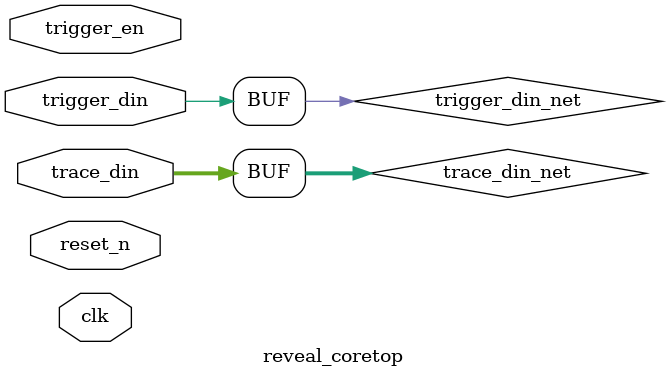
<source format=v>


module reveal_coretop(
    clk,
    reset_n,
    trigger_din,
    trigger_en,
    
    trace_din
)/* synthesis syn_hier="hard" */;

///////// PARAMETERS for IO port///////////////
parameter NUM_CORES   = 1;
parameter TOTAL_TRIGGER_DIN= 1;
parameter TOTAL_TRACE_DIN= 6;

///////// IO port define //////////
input  [NUM_CORES-1:0] clk;
input  [NUM_CORES-1:0] reset_n;

input  [TOTAL_TRIGGER_DIN-1:0] trigger_din;
input  [TOTAL_TRACE_DIN -1:0] trace_din;

// other io ports defines, including the triggered out signals
input [0:0] trigger_en;



/// wires for interconnection ///
wire [NUM_CORES-1:0] trigger_out;
wire [NUM_CORES-1:0] jtck;
wire [NUM_CORES-1:0] jrstn;
wire [NUM_CORES-1:0] jce2;
wire [NUM_CORES-1:0] jtdi;
wire [NUM_CORES-1:0] er2_tdo;
wire [NUM_CORES-1:0] jshift;
wire [NUM_CORES-1:0] jupdate;
wire [NUM_CORES-1:0] ip_enable;
wire [5:0] trace_din_net;
wire [0:0] trigger_din_net;

assign trace_din_net[0] = trace_din[0];
assign trace_din_net[1] = trace_din[1];
assign trace_din_net[2] = trace_din[2];
assign trace_din_net[3] = trace_din[3];
assign trace_din_net[4] = trace_din[4];
assign trace_din_net[5] = trace_din[5];


assign trigger_din_net[0] = trigger_din[0];






////// core instances //////

platform1_top_la0 platform1_top_la0_inst_0(
   .clk    (clk[0]),
   .reset_n    (reset_n[0]),
   .jtck    (jtck[0]),
   .jrstn    (jrstn[0]),
   .jce2    (jce2[0]),
   .jtdi    (jtdi[0]),
   .er2_tdo    (er2_tdo[0]),
   .jshift    (jshift[0]),
   .jupdate    (jupdate[0]),
   .trigger_din_0    (trigger_din_net[0:0]),
   .trace_din    (trace_din_net[5:0]),
   .trigger_en    (trigger_en[0]),
   .ip_enable    (ip_enable[0])
)/*synthesis syn_noprune=1*/; 

jtagconn16 jtagconn16_inst_0(
   .jtck    (jtck[0]),
   .jtdi    (jtdi[0]),
   .jshift    (jshift[0]),
   .jupdate    (jupdate[0]),
   .jrstn    (jrstn[0]),
   .jce2    (jce2[0]),
   .ip_enable    (ip_enable[0]),
   .er2_tdo    (er2_tdo[0])
)/*synthesis JTAG_IP="REVEAL"*//*synthesis IP_ID="0"*//* synthesis HUB_ID="0"*//*synthesis syn_noprune=1*/; 

//exemplar attribute jtagconn16_inst_0 JTAG_IP "REVEAL"
//exemplar attribute jtagconn16_inst_0 IP_ID "0"
//exemplar attribute jtagconn16_inst_0 HUB_ID "0"


endmodule
</source>
